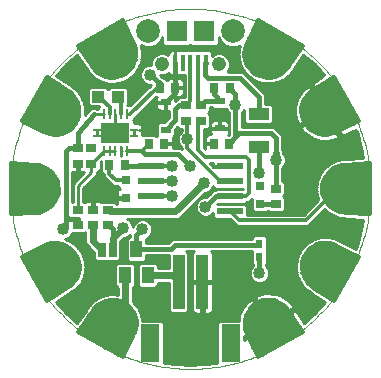
<source format=gtl>
G75*
%MOIN*%
%OFA0B0*%
%FSLAX24Y24*%
%IPPOS*%
%LPD*%
%AMOC8*
5,1,8,0,0,1.08239X$1,22.5*
%
%ADD10C,0.0010*%
%ADD11R,0.0870X0.0240*%
%ADD12R,0.0157X0.0551*%
%ADD13R,0.0709X0.0709*%
%ADD14C,0.0476*%
%ADD15C,0.0787*%
%ADD16R,0.0709X0.0394*%
%ADD17R,0.0315X0.0315*%
%ADD18R,0.0110X0.0335*%
%ADD19R,0.0945X0.0650*%
%ADD20R,0.0276X0.0110*%
%ADD21R,0.0327X0.0248*%
%ADD22R,0.0394X0.0551*%
%ADD23R,0.0236X0.0315*%
%ADD24R,0.0433X0.0394*%
%ADD25R,0.0276X0.0354*%
%ADD26R,0.0354X0.0276*%
%ADD27R,0.0250X0.0500*%
%ADD28C,0.1266*%
%ADD29C,0.0120*%
%ADD30R,0.0394X0.1811*%
%ADD31R,0.0630X0.1260*%
%ADD32C,0.0100*%
%ADD33C,0.0140*%
%ADD34C,0.0400*%
%ADD35C,0.0160*%
%ADD36C,0.0240*%
D10*
X000150Y006150D02*
X000152Y006304D01*
X000158Y006459D01*
X000168Y006613D01*
X000182Y006767D01*
X000200Y006920D01*
X000221Y007073D01*
X000247Y007226D01*
X000277Y007377D01*
X000310Y007528D01*
X000348Y007678D01*
X000389Y007827D01*
X000434Y007975D01*
X000483Y008121D01*
X000536Y008267D01*
X000592Y008410D01*
X000652Y008553D01*
X000716Y008693D01*
X000783Y008833D01*
X000854Y008970D01*
X000928Y009105D01*
X001006Y009239D01*
X001087Y009370D01*
X001172Y009499D01*
X001260Y009627D01*
X001351Y009751D01*
X001445Y009874D01*
X001543Y009994D01*
X001643Y010111D01*
X001747Y010226D01*
X001853Y010338D01*
X001962Y010447D01*
X002074Y010553D01*
X002189Y010657D01*
X002306Y010757D01*
X002426Y010855D01*
X002549Y010949D01*
X002673Y011040D01*
X002801Y011128D01*
X002930Y011213D01*
X003061Y011294D01*
X003195Y011372D01*
X003330Y011446D01*
X003467Y011517D01*
X003607Y011584D01*
X003747Y011648D01*
X003890Y011708D01*
X004033Y011764D01*
X004179Y011817D01*
X004325Y011866D01*
X004473Y011911D01*
X004622Y011952D01*
X004772Y011990D01*
X004923Y012023D01*
X005074Y012053D01*
X005227Y012079D01*
X005380Y012100D01*
X005533Y012118D01*
X005687Y012132D01*
X005841Y012142D01*
X005996Y012148D01*
X006150Y012150D01*
X006304Y012148D01*
X006459Y012142D01*
X006613Y012132D01*
X006767Y012118D01*
X006920Y012100D01*
X007073Y012079D01*
X007226Y012053D01*
X007377Y012023D01*
X007528Y011990D01*
X007678Y011952D01*
X007827Y011911D01*
X007975Y011866D01*
X008121Y011817D01*
X008267Y011764D01*
X008410Y011708D01*
X008553Y011648D01*
X008693Y011584D01*
X008833Y011517D01*
X008970Y011446D01*
X009105Y011372D01*
X009239Y011294D01*
X009370Y011213D01*
X009499Y011128D01*
X009627Y011040D01*
X009751Y010949D01*
X009874Y010855D01*
X009994Y010757D01*
X010111Y010657D01*
X010226Y010553D01*
X010338Y010447D01*
X010447Y010338D01*
X010553Y010226D01*
X010657Y010111D01*
X010757Y009994D01*
X010855Y009874D01*
X010949Y009751D01*
X011040Y009627D01*
X011128Y009499D01*
X011213Y009370D01*
X011294Y009239D01*
X011372Y009105D01*
X011446Y008970D01*
X011517Y008833D01*
X011584Y008693D01*
X011648Y008553D01*
X011708Y008410D01*
X011764Y008267D01*
X011817Y008121D01*
X011866Y007975D01*
X011911Y007827D01*
X011952Y007678D01*
X011990Y007528D01*
X012023Y007377D01*
X012053Y007226D01*
X012079Y007073D01*
X012100Y006920D01*
X012118Y006767D01*
X012132Y006613D01*
X012142Y006459D01*
X012148Y006304D01*
X012150Y006150D01*
X012148Y005996D01*
X012142Y005841D01*
X012132Y005687D01*
X012118Y005533D01*
X012100Y005380D01*
X012079Y005227D01*
X012053Y005074D01*
X012023Y004923D01*
X011990Y004772D01*
X011952Y004622D01*
X011911Y004473D01*
X011866Y004325D01*
X011817Y004179D01*
X011764Y004033D01*
X011708Y003890D01*
X011648Y003747D01*
X011584Y003607D01*
X011517Y003467D01*
X011446Y003330D01*
X011372Y003195D01*
X011294Y003061D01*
X011213Y002930D01*
X011128Y002801D01*
X011040Y002673D01*
X010949Y002549D01*
X010855Y002426D01*
X010757Y002306D01*
X010657Y002189D01*
X010553Y002074D01*
X010447Y001962D01*
X010338Y001853D01*
X010226Y001747D01*
X010111Y001643D01*
X009994Y001543D01*
X009874Y001445D01*
X009751Y001351D01*
X009627Y001260D01*
X009499Y001172D01*
X009370Y001087D01*
X009239Y001006D01*
X009105Y000928D01*
X008970Y000854D01*
X008833Y000783D01*
X008693Y000716D01*
X008553Y000652D01*
X008410Y000592D01*
X008267Y000536D01*
X008121Y000483D01*
X007975Y000434D01*
X007827Y000389D01*
X007678Y000348D01*
X007528Y000310D01*
X007377Y000277D01*
X007226Y000247D01*
X007073Y000221D01*
X006920Y000200D01*
X006767Y000182D01*
X006613Y000168D01*
X006459Y000158D01*
X006304Y000152D01*
X006150Y000150D01*
X005996Y000152D01*
X005841Y000158D01*
X005687Y000168D01*
X005533Y000182D01*
X005380Y000200D01*
X005227Y000221D01*
X005074Y000247D01*
X004923Y000277D01*
X004772Y000310D01*
X004622Y000348D01*
X004473Y000389D01*
X004325Y000434D01*
X004179Y000483D01*
X004033Y000536D01*
X003890Y000592D01*
X003747Y000652D01*
X003607Y000716D01*
X003467Y000783D01*
X003330Y000854D01*
X003195Y000928D01*
X003061Y001006D01*
X002930Y001087D01*
X002801Y001172D01*
X002673Y001260D01*
X002549Y001351D01*
X002426Y001445D01*
X002306Y001543D01*
X002189Y001643D01*
X002074Y001747D01*
X001962Y001853D01*
X001853Y001962D01*
X001747Y002074D01*
X001643Y002189D01*
X001543Y002306D01*
X001445Y002426D01*
X001351Y002549D01*
X001260Y002673D01*
X001172Y002801D01*
X001087Y002930D01*
X001006Y003061D01*
X000928Y003195D01*
X000854Y003330D01*
X000783Y003467D01*
X000716Y003607D01*
X000652Y003747D01*
X000592Y003890D01*
X000536Y004033D01*
X000483Y004179D01*
X000434Y004325D01*
X000389Y004473D01*
X000348Y004622D01*
X000310Y004772D01*
X000277Y004923D01*
X000247Y005074D01*
X000221Y005227D01*
X000200Y005380D01*
X000182Y005533D01*
X000168Y005687D01*
X000158Y005841D01*
X000152Y005996D01*
X000150Y006150D01*
D11*
X004830Y005900D03*
X004830Y005400D03*
X004830Y006400D03*
X004830Y006900D03*
X007480Y006900D03*
X007480Y006400D03*
X007480Y005900D03*
X007480Y005400D03*
D12*
X006662Y010357D03*
X006406Y010357D03*
X006150Y010357D03*
X005894Y010357D03*
X005638Y010357D03*
D13*
X005697Y011400D03*
X006603Y011400D03*
D14*
X007105Y010298D03*
X005195Y010298D03*
D15*
X004729Y011400D03*
X007571Y011400D03*
D16*
X008425Y008651D03*
X008425Y007549D03*
D17*
X008475Y006245D03*
X008475Y005655D03*
X004000Y005855D03*
X004000Y006445D03*
D18*
X004044Y007415D03*
X003847Y007415D03*
X003650Y007415D03*
X003453Y007415D03*
X003256Y007415D03*
X003256Y008635D03*
X003453Y008635D03*
X003650Y008635D03*
X003847Y008635D03*
X004044Y008635D03*
D19*
X003650Y008025D03*
D20*
X003040Y007927D03*
X003040Y008123D03*
X004260Y008123D03*
X004260Y007927D03*
D21*
X005325Y008122D03*
X005325Y009028D03*
X007125Y009078D03*
X007125Y008172D03*
D22*
X004350Y004133D03*
X003976Y003267D03*
X004724Y003267D03*
D23*
X008450Y003883D03*
X008450Y004317D03*
D24*
X003735Y009225D03*
X003065Y009225D03*
D25*
X004769Y007650D03*
X005281Y007650D03*
X003956Y006950D03*
X003444Y006950D03*
X005119Y009525D03*
X005631Y009525D03*
X006944Y009500D03*
X007456Y009500D03*
X007431Y007650D03*
X006919Y007650D03*
D26*
X006488Y008419D03*
X006013Y008419D03*
X006013Y008931D03*
X006488Y008931D03*
X009000Y006156D03*
X009000Y005644D03*
X003400Y005456D03*
X002900Y005456D03*
X002400Y005456D03*
X002400Y004944D03*
X002900Y004944D03*
X003400Y004944D03*
X002850Y006994D03*
X002400Y006994D03*
X002400Y007506D03*
X002850Y007506D03*
D27*
X003198Y004113D03*
X003552Y004113D03*
D28*
X001650Y003550D03*
X003550Y001650D03*
X000963Y006150D03*
X001650Y008750D03*
X003550Y010650D03*
X008750Y010650D03*
X010650Y008750D03*
X011338Y006150D03*
X010650Y003550D03*
X008750Y001650D03*
D29*
X008159Y002183D02*
X008248Y002270D01*
X008350Y002343D01*
X008463Y002400D01*
X008583Y002438D01*
X008708Y002456D01*
X008835Y002453D01*
X008959Y002431D01*
X009078Y002388D01*
X009189Y002327D01*
X009288Y002249D01*
X009374Y002156D01*
X009443Y002050D01*
X009886Y001382D01*
X008414Y000532D01*
X008057Y001250D01*
X008005Y001364D01*
X007972Y001484D01*
X007957Y001608D01*
X007961Y001733D01*
X007984Y001855D01*
X008025Y001973D01*
X008084Y002083D01*
X008159Y002183D01*
X008145Y002165D02*
X009365Y002165D01*
X009445Y002046D02*
X008064Y002046D01*
X008009Y001928D02*
X009524Y001928D01*
X009603Y001809D02*
X007975Y001809D01*
X007959Y001691D02*
X009681Y001691D01*
X009760Y001572D02*
X007961Y001572D01*
X007980Y001454D02*
X009839Y001454D01*
X009804Y001335D02*
X008019Y001335D01*
X008074Y001217D02*
X009599Y001217D01*
X009394Y001098D02*
X008133Y001098D01*
X008192Y000980D02*
X009189Y000980D01*
X008983Y000861D02*
X008250Y000861D01*
X008309Y000743D02*
X008778Y000743D01*
X008573Y000624D02*
X008368Y000624D01*
X008266Y002283D02*
X009245Y002283D01*
X009041Y002402D02*
X008469Y002402D01*
X009925Y003227D02*
X009984Y003117D01*
X010059Y003017D01*
X010148Y002930D01*
X010250Y002857D01*
X010918Y002414D01*
X011768Y003886D01*
X011050Y004243D01*
X010937Y004300D01*
X010817Y004338D01*
X010692Y004356D01*
X010565Y004353D01*
X010441Y004331D01*
X010322Y004288D01*
X010211Y004227D01*
X010112Y004149D01*
X010026Y004056D01*
X009957Y003950D01*
X009905Y003836D01*
X009872Y003716D01*
X009857Y003592D01*
X009861Y003467D01*
X009884Y003345D01*
X009925Y003227D01*
X009924Y003231D02*
X011390Y003231D01*
X011458Y003350D02*
X009883Y003350D01*
X009861Y003468D02*
X011526Y003468D01*
X011595Y003587D02*
X009857Y003587D01*
X009870Y003705D02*
X011663Y003705D01*
X011732Y003824D02*
X009902Y003824D01*
X009954Y003942D02*
X011655Y003942D01*
X011417Y004061D02*
X010031Y004061D01*
X010150Y004179D02*
X011178Y004179D01*
X010942Y004298D02*
X010348Y004298D01*
X010000Y005100D02*
X011050Y006150D01*
X010550Y006026D02*
X010580Y005905D01*
X010629Y005790D01*
X010695Y005684D01*
X010777Y005589D01*
X010871Y005508D01*
X010977Y005442D01*
X011092Y005393D01*
X011213Y005362D01*
X011338Y005350D01*
X012138Y005300D01*
X012138Y007000D01*
X011338Y006950D01*
X011211Y006943D01*
X011088Y006915D01*
X010971Y006869D01*
X010862Y006803D01*
X010766Y006721D01*
X010684Y006625D01*
X010619Y006517D01*
X010572Y006400D01*
X010545Y006276D01*
X010538Y006150D01*
X010550Y006026D01*
X010545Y006075D02*
X012138Y006075D01*
X012138Y005957D02*
X010567Y005957D01*
X010609Y005838D02*
X012138Y005838D01*
X012138Y005720D02*
X010673Y005720D01*
X010766Y005601D02*
X012138Y005601D01*
X012138Y005483D02*
X010912Y005483D01*
X011206Y005364D02*
X012138Y005364D01*
X012138Y006194D02*
X010540Y006194D01*
X010553Y006312D02*
X012138Y006312D01*
X012138Y006431D02*
X010584Y006431D01*
X010638Y006549D02*
X012138Y006549D01*
X012138Y006668D02*
X010720Y006668D01*
X010842Y006786D02*
X012138Y006786D01*
X012138Y006905D02*
X011061Y006905D01*
X010816Y007972D02*
X010692Y007957D01*
X010567Y007961D01*
X010445Y007984D01*
X010327Y008025D01*
X010217Y008084D01*
X010117Y008159D01*
X010030Y008248D01*
X009957Y008350D01*
X009900Y008463D01*
X009862Y008583D01*
X009844Y008708D01*
X009847Y008835D01*
X009869Y008959D01*
X009912Y009078D01*
X009973Y009189D01*
X010051Y009288D01*
X010144Y009374D01*
X010250Y009443D01*
X010918Y009886D01*
X011768Y008414D01*
X011050Y008057D01*
X010936Y008005D01*
X010816Y007972D01*
X010810Y007971D02*
X010512Y007971D01*
X010210Y008090D02*
X011115Y008090D01*
X011354Y008208D02*
X010069Y008208D01*
X009974Y008327D02*
X011592Y008327D01*
X011750Y008445D02*
X009909Y008445D01*
X009869Y008564D02*
X011681Y008564D01*
X011613Y008682D02*
X009848Y008682D01*
X009846Y008801D02*
X011545Y008801D01*
X011476Y008919D02*
X009862Y008919D01*
X009897Y009038D02*
X011408Y009038D01*
X011339Y009156D02*
X009955Y009156D01*
X010040Y009275D02*
X011271Y009275D01*
X011203Y009393D02*
X010174Y009393D01*
X010353Y009512D02*
X011134Y009512D01*
X011066Y009630D02*
X010532Y009630D01*
X010711Y009749D02*
X010997Y009749D01*
X010929Y009867D02*
X010889Y009867D01*
X009886Y010918D02*
X008414Y011768D01*
X008057Y011050D01*
X008000Y010937D01*
X007962Y010817D01*
X007944Y010692D01*
X007947Y010565D01*
X007969Y010441D01*
X008012Y010322D01*
X008073Y010211D01*
X008151Y010112D01*
X008244Y010026D01*
X008350Y009957D01*
X008464Y009905D01*
X008584Y009872D01*
X008708Y009857D01*
X008833Y009861D01*
X008955Y009884D01*
X009073Y009925D01*
X009183Y009984D01*
X009283Y010059D01*
X009370Y010148D01*
X009443Y010250D01*
X009886Y010918D01*
X009859Y010934D02*
X007999Y010934D01*
X007962Y010815D02*
X009818Y010815D01*
X009739Y010697D02*
X007945Y010697D01*
X007946Y010578D02*
X009661Y010578D01*
X009582Y010460D02*
X007966Y010460D01*
X008005Y010341D02*
X009503Y010341D01*
X009423Y010223D02*
X008067Y010223D01*
X008160Y010104D02*
X009327Y010104D01*
X009185Y009986D02*
X008307Y009986D01*
X008623Y009867D02*
X008866Y009867D01*
X009654Y011052D02*
X008058Y011052D01*
X008117Y011171D02*
X009448Y011171D01*
X009243Y011289D02*
X008176Y011289D01*
X008235Y011408D02*
X009038Y011408D01*
X008833Y011526D02*
X008294Y011526D01*
X008353Y011645D02*
X008627Y011645D01*
X008422Y011763D02*
X008411Y011763D01*
X006406Y010357D02*
X006406Y009013D01*
X006150Y009068D02*
X006150Y010357D01*
X004339Y010567D02*
X004316Y010445D01*
X004275Y010327D01*
X004216Y010217D01*
X004141Y010117D01*
X004052Y010030D01*
X003950Y009957D01*
X003837Y009900D01*
X003717Y009862D01*
X003592Y009844D01*
X003465Y009847D01*
X003341Y009869D01*
X003222Y009912D01*
X003111Y009973D01*
X003012Y010051D01*
X002926Y010144D01*
X002857Y010250D01*
X002414Y010918D01*
X003886Y011768D01*
X004243Y011050D01*
X004295Y010936D01*
X004328Y010816D01*
X004343Y010692D01*
X004339Y010567D01*
X004340Y010578D02*
X002639Y010578D01*
X002561Y010697D02*
X004343Y010697D01*
X004328Y010815D02*
X002482Y010815D01*
X002441Y010934D02*
X004295Y010934D01*
X004242Y011052D02*
X002646Y011052D01*
X002852Y011171D02*
X004183Y011171D01*
X004124Y011289D02*
X003057Y011289D01*
X003262Y011408D02*
X004065Y011408D01*
X004006Y011526D02*
X003467Y011526D01*
X003673Y011645D02*
X003947Y011645D01*
X003889Y011763D02*
X003878Y011763D01*
X004319Y010460D02*
X002718Y010460D01*
X002797Y010341D02*
X004280Y010341D01*
X004219Y010223D02*
X002875Y010223D01*
X002963Y010104D02*
X004128Y010104D01*
X003990Y009986D02*
X003095Y009986D01*
X003354Y009867D02*
X003732Y009867D01*
X003845Y009114D02*
X003846Y008638D01*
X003847Y008635D01*
X003453Y008635D02*
X003453Y008877D01*
X002439Y008833D02*
X002443Y008708D01*
X002428Y008584D01*
X002395Y008464D01*
X002343Y008350D01*
X002274Y008244D01*
X002188Y008151D01*
X002089Y008073D01*
X001978Y008012D01*
X001859Y007969D01*
X001735Y007947D01*
X001608Y007944D01*
X001483Y007962D01*
X001363Y008000D01*
X001250Y008057D01*
X000532Y008414D01*
X001382Y009886D01*
X002050Y009443D01*
X002152Y009370D01*
X002241Y009283D01*
X002316Y009183D01*
X002375Y009073D01*
X002416Y008955D01*
X002439Y008833D01*
X002440Y008801D02*
X000755Y008801D01*
X000824Y008919D02*
X002423Y008919D01*
X002387Y009038D02*
X000892Y009038D01*
X000961Y009156D02*
X002330Y009156D01*
X002247Y009275D02*
X001029Y009275D01*
X001097Y009393D02*
X002120Y009393D01*
X001947Y009512D02*
X001166Y009512D01*
X001234Y009630D02*
X001768Y009630D01*
X001589Y009749D02*
X001303Y009749D01*
X001371Y009867D02*
X001411Y009867D01*
X000687Y008682D02*
X002440Y008682D01*
X002423Y008564D02*
X000619Y008564D01*
X000550Y008445D02*
X002386Y008445D01*
X002327Y008327D02*
X000708Y008327D01*
X000946Y008208D02*
X002240Y008208D01*
X002110Y008090D02*
X001185Y008090D01*
X001456Y007971D02*
X001864Y007971D01*
X001087Y006938D02*
X000963Y006950D01*
X000163Y007000D01*
X000163Y005300D01*
X000963Y005350D01*
X001089Y005357D01*
X001212Y005385D01*
X001329Y005431D01*
X001438Y005497D01*
X001534Y005579D01*
X001616Y005675D01*
X001681Y005783D01*
X001728Y005900D01*
X001755Y006024D01*
X001763Y006150D01*
X001750Y006274D01*
X001720Y006395D01*
X001671Y006510D01*
X001605Y006616D01*
X001523Y006711D01*
X001429Y006792D01*
X001323Y006858D01*
X001208Y006907D01*
X001087Y006938D01*
X001214Y006905D02*
X000163Y006905D01*
X000163Y006786D02*
X001436Y006786D01*
X001561Y006668D02*
X000163Y006668D01*
X000163Y006549D02*
X001646Y006549D01*
X001705Y006431D02*
X000163Y006431D01*
X000163Y006312D02*
X001741Y006312D01*
X001758Y006194D02*
X000163Y006194D01*
X000163Y006075D02*
X001758Y006075D01*
X001740Y005957D02*
X000163Y005957D01*
X000163Y005838D02*
X001703Y005838D01*
X001643Y005720D02*
X000163Y005720D01*
X000163Y005601D02*
X001553Y005601D01*
X001414Y005483D02*
X000163Y005483D01*
X000163Y005364D02*
X001120Y005364D01*
X001374Y004298D02*
X001909Y004298D01*
X001855Y004316D02*
X001733Y004339D01*
X001608Y004343D01*
X001484Y004328D01*
X001364Y004295D01*
X001250Y004243D01*
X000532Y003886D01*
X001382Y002414D01*
X002050Y002857D01*
X002156Y002926D01*
X002249Y003012D01*
X002327Y003111D01*
X002388Y003222D01*
X002431Y003341D01*
X002453Y003465D01*
X002456Y003592D01*
X002438Y003717D01*
X002400Y003837D01*
X002343Y003950D01*
X002270Y004052D01*
X002183Y004141D01*
X002083Y004216D01*
X001973Y004275D01*
X001855Y004316D01*
X002132Y004179D02*
X001122Y004179D01*
X000883Y004061D02*
X002262Y004061D01*
X002347Y003942D02*
X000645Y003942D01*
X000568Y003824D02*
X002404Y003824D01*
X002439Y003705D02*
X000637Y003705D01*
X000705Y003587D02*
X002456Y003587D01*
X002453Y003468D02*
X000774Y003468D01*
X000842Y003350D02*
X002432Y003350D01*
X002391Y003231D02*
X000910Y003231D01*
X000979Y003113D02*
X002328Y003113D01*
X002229Y002994D02*
X001047Y002994D01*
X001116Y002876D02*
X002078Y002876D01*
X001899Y002757D02*
X001184Y002757D01*
X001252Y002639D02*
X001721Y002639D01*
X001542Y002520D02*
X001321Y002520D01*
X002414Y001382D02*
X003886Y000532D01*
X004243Y001250D01*
X004300Y001363D01*
X004338Y001483D01*
X004356Y001608D01*
X004353Y001735D01*
X004331Y001859D01*
X004288Y001978D01*
X004227Y002089D01*
X004149Y002188D01*
X004056Y002274D01*
X003950Y002343D01*
X003836Y002395D01*
X003716Y002428D01*
X003592Y002443D01*
X003467Y002439D01*
X003345Y002416D01*
X003227Y002375D01*
X003117Y002316D01*
X003017Y002241D01*
X002930Y002152D01*
X002857Y002050D01*
X002414Y001382D01*
X002461Y001454D02*
X004328Y001454D01*
X004350Y001572D02*
X002540Y001572D01*
X002619Y001691D02*
X004354Y001691D01*
X004340Y001809D02*
X002697Y001809D01*
X002776Y001928D02*
X004306Y001928D01*
X004251Y002046D02*
X002855Y002046D01*
X002942Y002165D02*
X004167Y002165D01*
X004041Y002283D02*
X003073Y002283D01*
X003303Y002402D02*
X003811Y002402D01*
X004286Y001335D02*
X002496Y001335D01*
X002701Y001217D02*
X004226Y001217D01*
X004167Y001098D02*
X002906Y001098D01*
X003111Y000980D02*
X004108Y000980D01*
X004050Y000861D02*
X003317Y000861D01*
X003522Y000743D02*
X003991Y000743D01*
X003932Y000624D02*
X003727Y000624D01*
X007780Y005100D02*
X010000Y005100D01*
X009987Y003113D02*
X011321Y003113D01*
X011253Y002994D02*
X010083Y002994D01*
X010224Y002876D02*
X011184Y002876D01*
X011116Y002757D02*
X010401Y002757D01*
X010579Y002639D02*
X011048Y002639D01*
X010979Y002520D02*
X010758Y002520D01*
X007780Y005100D02*
X007480Y005400D01*
X007480Y005900D02*
X008000Y005900D01*
X008100Y006000D01*
X008100Y007100D01*
X008000Y007200D01*
X006650Y007200D01*
X006400Y007450D01*
X006400Y008332D01*
X006050Y008382D02*
X006050Y007800D01*
X006050Y007500D01*
X004534Y007415D02*
X004044Y007415D01*
X003450Y006894D02*
X003450Y006650D01*
X003655Y006445D01*
X004000Y006445D01*
D30*
X005756Y003044D03*
X006544Y003044D03*
D31*
X007489Y000997D03*
X004811Y000997D03*
D32*
X002003Y002003D02*
X001679Y002383D01*
X002155Y002699D01*
X002209Y002734D01*
X002226Y002733D01*
X002273Y002776D01*
X002326Y002811D01*
X002329Y002828D01*
X002332Y002830D01*
X002349Y002833D01*
X002389Y002882D01*
X002435Y002925D01*
X002436Y002942D01*
X002438Y002946D01*
X002455Y002950D01*
X002486Y003006D01*
X002525Y003056D01*
X002523Y003073D01*
X002525Y003076D01*
X002541Y003084D01*
X002562Y003143D01*
X002592Y003199D01*
X002588Y003216D01*
X002589Y003219D01*
X002603Y003229D01*
X002615Y003292D01*
X002636Y003351D01*
X002628Y003367D01*
X002629Y003371D01*
X002642Y003383D01*
X002643Y003446D01*
X002654Y003508D01*
X002644Y003523D01*
X002645Y003527D01*
X002655Y003541D01*
X002646Y003603D01*
X002647Y003667D01*
X002635Y003679D01*
X002634Y003683D01*
X002643Y003699D01*
X002624Y003759D01*
X002615Y003822D01*
X002601Y003832D01*
X002599Y003836D01*
X002605Y003852D01*
X002576Y003909D01*
X002557Y003969D01*
X002542Y003977D01*
X002540Y003980D01*
X002543Y003996D01*
X002506Y004049D01*
X002477Y004106D01*
X002461Y004111D01*
X002461Y004111D01*
X002461Y004128D01*
X002416Y004174D01*
X002379Y004226D01*
X002363Y004229D01*
X002362Y004229D01*
X002360Y004246D01*
X002309Y004284D01*
X002264Y004330D01*
X002247Y004330D01*
X002247Y004331D01*
X002242Y004346D01*
X002186Y004377D01*
X002134Y004415D01*
X002118Y004413D01*
X002118Y004413D01*
X002110Y004428D01*
X002050Y004449D01*
X001993Y004480D01*
X001978Y004475D01*
X001977Y004475D01*
X002087Y004520D01*
X002180Y004613D01*
X002206Y004676D01*
X002631Y004676D01*
X002650Y004695D01*
X002650Y004361D01*
X002688Y004269D01*
X002758Y004198D01*
X002943Y004014D01*
X002943Y003809D01*
X003019Y003733D01*
X003731Y003733D01*
X003807Y003809D01*
X003807Y004404D01*
X003924Y004520D01*
X003966Y004520D01*
X004087Y004570D01*
X004140Y004623D01*
X004140Y004539D01*
X004099Y004539D01*
X004023Y004463D01*
X004023Y003804D01*
X004099Y003727D01*
X004601Y003727D01*
X004677Y003804D01*
X004677Y003940D01*
X005429Y003940D01*
X005429Y003517D01*
X005051Y003517D01*
X005051Y003596D01*
X004975Y003673D01*
X004473Y003673D01*
X004397Y003596D01*
X004397Y002937D01*
X004473Y002861D01*
X004975Y002861D01*
X005051Y002937D01*
X005051Y003017D01*
X005429Y003017D01*
X005429Y002085D01*
X005506Y002009D01*
X006007Y002009D01*
X006083Y002085D01*
X006083Y004004D01*
X006014Y004073D01*
X006261Y004073D01*
X006255Y004070D01*
X006227Y004042D01*
X006207Y004008D01*
X006197Y003969D01*
X006197Y003093D01*
X006495Y003093D01*
X006495Y002996D01*
X006197Y002996D01*
X006197Y002119D01*
X006207Y002081D01*
X006227Y002047D01*
X006255Y002019D01*
X006289Y001999D01*
X006327Y001989D01*
X006495Y001989D01*
X006495Y002996D01*
X006592Y002996D01*
X006592Y003093D01*
X006891Y003093D01*
X006891Y003969D01*
X006880Y004008D01*
X006861Y004042D01*
X006833Y004070D01*
X006827Y004073D01*
X008202Y004073D01*
X008202Y003672D01*
X008240Y003634D01*
X008240Y003587D01*
X008170Y003517D01*
X008120Y003396D01*
X008120Y003264D01*
X008170Y003143D01*
X008263Y003050D01*
X008384Y003000D01*
X008516Y003000D01*
X008637Y003050D01*
X008730Y003143D01*
X008780Y003264D01*
X008780Y003396D01*
X008730Y003517D01*
X008660Y003587D01*
X008660Y003634D01*
X008698Y003672D01*
X008698Y004095D01*
X008693Y004100D01*
X008698Y004105D01*
X008698Y004528D01*
X008622Y004604D01*
X008278Y004604D01*
X008202Y004528D01*
X008202Y004493D01*
X005546Y004493D01*
X005413Y004360D01*
X004677Y004360D01*
X004677Y004463D01*
X004654Y004486D01*
X004737Y004520D01*
X004830Y004613D01*
X004880Y004734D01*
X004880Y004866D01*
X004830Y004987D01*
X004737Y005080D01*
X004616Y005130D01*
X004484Y005130D01*
X004363Y005080D01*
X004270Y004987D01*
X004230Y004890D01*
X004230Y004916D01*
X004180Y005037D01*
X004087Y005130D01*
X004038Y005150D01*
X005700Y005150D01*
X005792Y005188D01*
X006624Y006020D01*
X006666Y006020D01*
X006787Y006070D01*
X006880Y006163D01*
X006915Y006248D01*
X006915Y006226D01*
X006991Y006150D01*
X006951Y006110D01*
X006913Y006110D01*
X006790Y005987D01*
X006683Y005880D01*
X006584Y005880D01*
X006463Y005830D01*
X006370Y005737D01*
X006320Y005616D01*
X006320Y005484D01*
X006370Y005363D01*
X006463Y005270D01*
X006584Y005220D01*
X006716Y005220D01*
X006837Y005270D01*
X006915Y005348D01*
X006915Y005226D01*
X006991Y005150D01*
X007461Y005150D01*
X007590Y005021D01*
X007701Y004910D01*
X010079Y004910D01*
X010632Y005463D01*
X010642Y005454D01*
X010684Y005406D01*
X010700Y005404D01*
X010700Y005404D01*
X010704Y005388D01*
X010759Y005354D01*
X010807Y005312D01*
X010824Y005314D01*
X010824Y005313D01*
X010830Y005298D01*
X010889Y005273D01*
X010944Y005239D01*
X010960Y005243D01*
X010961Y005242D01*
X010969Y005228D01*
X011031Y005212D01*
X011090Y005187D01*
X011106Y005193D01*
X011117Y005181D01*
X011180Y005174D01*
X011243Y005159D01*
X011253Y005165D01*
X011322Y005161D01*
X011397Y005153D01*
X011400Y005156D01*
X011917Y005123D01*
X011728Y004338D01*
X011653Y004156D01*
X011135Y004413D01*
X011077Y004442D01*
X011069Y004457D01*
X011009Y004476D01*
X010952Y004505D01*
X010936Y004499D01*
X010932Y004501D01*
X010922Y004515D01*
X010859Y004524D01*
X010799Y004543D01*
X010783Y004534D01*
X010779Y004535D01*
X010767Y004547D01*
X010703Y004546D01*
X010641Y004555D01*
X010627Y004545D01*
X010623Y004544D01*
X010608Y004554D01*
X010546Y004543D01*
X010483Y004542D01*
X010471Y004529D01*
X010467Y004528D01*
X010451Y004536D01*
X010392Y004515D01*
X010329Y004503D01*
X010319Y004489D01*
X010316Y004488D01*
X010299Y004492D01*
X010243Y004462D01*
X010184Y004441D01*
X010176Y004425D01*
X010173Y004423D01*
X010156Y004425D01*
X010106Y004386D01*
X010050Y004355D01*
X010046Y004338D01*
X010042Y004336D01*
X010025Y004335D01*
X009982Y004289D01*
X009933Y004249D01*
X009930Y004232D01*
X009928Y004229D01*
X009911Y004226D01*
X009876Y004173D01*
X009833Y004126D01*
X009834Y004109D01*
X009832Y004106D01*
X009817Y004100D01*
X009790Y004042D01*
X009755Y003988D01*
X009759Y003972D01*
X009758Y003972D01*
X009744Y003963D01*
X009727Y003902D01*
X009700Y003843D01*
X009706Y003828D01*
X009706Y003827D01*
X009693Y003817D01*
X009685Y003753D01*
X009668Y003692D01*
X009676Y003677D01*
X009664Y003665D01*
X009666Y003601D01*
X009659Y003537D01*
X009669Y003524D01*
X009669Y003523D01*
X009659Y003510D01*
X009671Y003447D01*
X009673Y003383D01*
X009685Y003371D01*
X009686Y003371D01*
X009678Y003356D01*
X009700Y003295D01*
X009711Y003232D01*
X009725Y003223D01*
X009725Y003222D01*
X009720Y003207D01*
X009751Y003150D01*
X009772Y003090D01*
X009787Y003082D01*
X009785Y003066D01*
X009823Y003014D01*
X009854Y002958D01*
X009869Y002953D01*
X009870Y002953D01*
X009870Y002936D01*
X009916Y002891D01*
X009954Y002840D01*
X009971Y002838D01*
X009971Y002837D01*
X009974Y002821D01*
X010026Y002784D01*
X010072Y002739D01*
X010085Y002739D01*
X010142Y002701D01*
X010204Y002657D01*
X010207Y002657D01*
X010621Y002383D01*
X010297Y002003D01*
X009933Y001692D01*
X009653Y002113D01*
X008818Y001632D01*
X008768Y001718D01*
X008682Y001668D01*
X007934Y001236D01*
X007934Y001121D01*
X008732Y001582D01*
X008682Y001668D01*
X008202Y002499D01*
X008190Y002491D01*
X008190Y002491D01*
X008094Y002417D01*
X008008Y002332D01*
X008008Y002332D01*
X008008Y002332D01*
X007984Y002301D01*
X007933Y002237D01*
X007910Y002201D01*
X007869Y002135D01*
X007869Y002135D01*
X007817Y002025D01*
X007817Y002025D01*
X007779Y001910D01*
X007755Y001792D01*
X007755Y001792D01*
X007752Y001757D01*
X007120Y001757D01*
X007044Y001681D01*
X007044Y000355D01*
X006150Y000285D01*
X005256Y000355D01*
X005256Y001681D01*
X005180Y001757D01*
X004543Y001757D01*
X004542Y001817D01*
X004529Y001829D01*
X004528Y001833D01*
X004536Y001849D01*
X004515Y001908D01*
X004503Y001971D01*
X004489Y001981D01*
X004488Y001984D01*
X004492Y002001D01*
X004462Y002057D01*
X004441Y002116D01*
X004425Y002124D01*
X004423Y002127D01*
X004425Y002144D01*
X004386Y002194D01*
X004355Y002250D01*
X004338Y002254D01*
X004336Y002258D01*
X004335Y002275D01*
X004289Y002318D01*
X004249Y002367D01*
X004232Y002370D01*
X004229Y002372D01*
X004226Y002388D01*
X004226Y002861D01*
X004227Y002861D01*
X004303Y002937D01*
X004303Y003596D01*
X004227Y003673D01*
X003725Y003673D01*
X003649Y003596D01*
X003649Y002937D01*
X003725Y002861D01*
X003726Y002861D01*
X003726Y002623D01*
X003692Y002632D01*
X003677Y002624D01*
X003665Y002636D01*
X003601Y002634D01*
X003537Y002641D01*
X003524Y002631D01*
X003523Y002631D01*
X003510Y002641D01*
X003447Y002629D01*
X003383Y002627D01*
X003371Y002615D01*
X003371Y002614D01*
X003356Y002622D01*
X003295Y002600D01*
X003232Y002589D01*
X003223Y002575D01*
X003222Y002575D01*
X003207Y002580D01*
X003150Y002549D01*
X003090Y002528D01*
X003082Y002513D01*
X003066Y002515D01*
X003014Y002477D01*
X002958Y002446D01*
X002953Y002431D01*
X002953Y002430D01*
X002936Y002430D01*
X002891Y002384D01*
X002840Y002346D01*
X002838Y002329D01*
X002837Y002329D01*
X002821Y002326D01*
X002784Y002274D01*
X002739Y002228D01*
X002739Y002215D01*
X002701Y002158D01*
X002657Y002096D01*
X002657Y002093D01*
X002383Y001679D01*
X002003Y002003D01*
X001987Y002022D02*
X002610Y002022D01*
X002674Y002120D02*
X001903Y002120D01*
X001819Y002219D02*
X002739Y002219D01*
X002814Y002317D02*
X001734Y002317D01*
X001728Y002416D02*
X002922Y002416D01*
X003064Y002514D02*
X001877Y002514D01*
X002025Y002613D02*
X003330Y002613D01*
X003083Y002514D02*
X003073Y002514D01*
X003082Y002513D02*
X003082Y002513D01*
X003677Y002624D02*
X003677Y002624D01*
X003726Y002711D02*
X002174Y002711D01*
X002324Y002810D02*
X003726Y002810D01*
X003679Y002908D02*
X002417Y002908D01*
X002486Y003007D02*
X003649Y003007D01*
X003649Y003105D02*
X002548Y003105D01*
X002591Y003204D02*
X003649Y003204D01*
X003649Y003302D02*
X002618Y003302D01*
X002642Y003401D02*
X003649Y003401D01*
X003649Y003499D02*
X002653Y003499D01*
X002647Y003598D02*
X003650Y003598D01*
X003793Y003795D02*
X004032Y003795D01*
X004023Y003893D02*
X003807Y003893D01*
X003807Y003992D02*
X004023Y003992D01*
X004023Y004090D02*
X003807Y004090D01*
X003807Y004189D02*
X004023Y004189D01*
X004023Y004287D02*
X003807Y004287D01*
X003807Y004386D02*
X004023Y004386D01*
X004045Y004484D02*
X003888Y004484D01*
X004099Y004583D02*
X004140Y004583D01*
X004205Y004977D02*
X004266Y004977D01*
X004358Y005075D02*
X004142Y005075D01*
X003698Y005657D02*
X003631Y005724D01*
X003169Y005724D01*
X003163Y005717D01*
X003135Y005733D01*
X003097Y005744D01*
X002919Y005744D01*
X002919Y005475D01*
X002881Y005475D01*
X002881Y005744D01*
X002703Y005744D01*
X002665Y005733D01*
X002637Y005717D01*
X002631Y005724D01*
X002580Y005724D01*
X002580Y006175D01*
X002925Y006520D01*
X003030Y006625D01*
X003030Y006726D01*
X003081Y006726D01*
X003157Y006802D01*
X003157Y007053D01*
X003176Y007073D01*
X003176Y006719D01*
X003252Y006643D01*
X003260Y006643D01*
X003260Y006571D01*
X003371Y006460D01*
X003576Y006255D01*
X003713Y006255D01*
X003713Y006234D01*
X003789Y006158D01*
X003806Y006158D01*
X003785Y006152D01*
X003750Y006132D01*
X003722Y006104D01*
X003703Y006070D01*
X003693Y006032D01*
X003693Y005883D01*
X003971Y005883D01*
X003971Y005826D01*
X003693Y005826D01*
X003693Y005677D01*
X003698Y005657D01*
X003696Y005666D02*
X003689Y005666D01*
X003693Y005765D02*
X002580Y005765D01*
X002580Y005863D02*
X003971Y005863D01*
X003693Y005962D02*
X002580Y005962D01*
X002580Y006060D02*
X003700Y006060D01*
X003788Y006159D02*
X002580Y006159D01*
X002662Y006257D02*
X003574Y006257D01*
X003476Y006356D02*
X002760Y006356D01*
X002859Y006454D02*
X003377Y006454D01*
X003279Y006553D02*
X002957Y006553D01*
X003030Y006651D02*
X003244Y006651D01*
X003176Y006750D02*
X003104Y006750D01*
X003157Y006848D02*
X003176Y006848D01*
X003176Y006947D02*
X003157Y006947D01*
X003157Y007045D02*
X003176Y007045D01*
X002850Y006994D02*
X002850Y006700D01*
X002400Y006250D01*
X002400Y005456D01*
X002220Y005724D02*
X002210Y005724D01*
X002210Y006706D01*
X002381Y006706D01*
X002381Y006975D01*
X002419Y006975D01*
X002419Y006706D01*
X002597Y006706D01*
X002604Y006708D01*
X002220Y006325D01*
X002220Y005724D01*
X002220Y005765D02*
X002210Y005765D01*
X002210Y005863D02*
X002220Y005863D01*
X002210Y005962D02*
X002220Y005962D01*
X002210Y006060D02*
X002220Y006060D01*
X002210Y006159D02*
X002220Y006159D01*
X002210Y006257D02*
X002220Y006257D01*
X002210Y006356D02*
X002251Y006356D01*
X002210Y006454D02*
X002349Y006454D01*
X002448Y006553D02*
X002210Y006553D01*
X002210Y006651D02*
X002546Y006651D01*
X002419Y006750D02*
X002381Y006750D01*
X002381Y006848D02*
X002419Y006848D01*
X002419Y006947D02*
X002381Y006947D01*
X002850Y006994D02*
X003256Y007415D01*
X003453Y007415D01*
X003650Y007415D01*
X003835Y007415D02*
X003847Y007415D01*
X003847Y007550D01*
X003847Y007550D01*
X003847Y007415D01*
X003847Y007415D01*
X003854Y007415D01*
X003854Y007415D01*
X003847Y007415D01*
X003847Y007415D01*
X003847Y007415D01*
X003847Y007257D01*
X003847Y007257D01*
X003847Y007415D01*
X003847Y007415D01*
X003835Y007415D01*
X003835Y007415D01*
X003847Y007439D02*
X003847Y007439D01*
X003847Y007341D02*
X003847Y007341D01*
X003847Y007538D02*
X003847Y007538D01*
X003700Y008075D02*
X003600Y008075D01*
X003600Y008318D01*
X003650Y008318D01*
X003700Y008318D01*
X003700Y008075D01*
X003700Y008129D02*
X003600Y008129D01*
X003600Y008227D02*
X003700Y008227D01*
X003650Y008318D02*
X003650Y008635D01*
X003650Y008635D01*
X003650Y008318D01*
X003650Y008326D02*
X003650Y008326D01*
X003650Y008424D02*
X003650Y008424D01*
X003650Y008523D02*
X003650Y008523D01*
X003650Y008621D02*
X003650Y008621D01*
X003256Y008635D02*
X002935Y008635D01*
X003048Y008815D02*
X003004Y008852D01*
X002831Y008837D01*
X002630Y008599D01*
X002632Y008608D01*
X002624Y008623D01*
X002636Y008635D01*
X002634Y008699D01*
X002641Y008763D01*
X002631Y008776D01*
X002631Y008777D01*
X002641Y008790D01*
X002629Y008853D01*
X002627Y008917D01*
X002615Y008929D01*
X002614Y008929D01*
X002622Y008944D01*
X002600Y009005D01*
X002589Y009068D01*
X002575Y009077D01*
X002575Y009078D01*
X002580Y009093D01*
X002549Y009150D01*
X002528Y009210D01*
X002513Y009218D01*
X002515Y009234D01*
X002477Y009286D01*
X002446Y009342D01*
X002431Y009347D01*
X002430Y009347D01*
X002430Y009364D01*
X002384Y009409D01*
X002719Y009409D01*
X002719Y009476D02*
X002719Y008974D01*
X002795Y008898D01*
X003113Y008898D01*
X003071Y008856D01*
X003071Y008815D01*
X003048Y008815D01*
X003044Y008818D02*
X003071Y008818D01*
X002815Y008818D02*
X002635Y008818D01*
X002636Y008720D02*
X002732Y008720D01*
X002649Y008621D02*
X002625Y008621D01*
X002624Y008623D02*
X002624Y008623D01*
X002627Y008917D02*
X002777Y008917D01*
X002719Y009015D02*
X002598Y009015D01*
X002569Y009114D02*
X002719Y009114D01*
X002719Y009212D02*
X002525Y009212D01*
X002513Y009218D02*
X002513Y009218D01*
X002463Y009311D02*
X002719Y009311D01*
X002719Y009476D02*
X002795Y009552D01*
X003336Y009552D01*
X003400Y009488D01*
X003464Y009552D01*
X004005Y009552D01*
X004081Y009476D01*
X004081Y008974D01*
X004039Y008933D01*
X004150Y008933D01*
X004825Y009608D01*
X004837Y009620D01*
X004734Y009620D01*
X004613Y009670D01*
X004520Y009763D01*
X004470Y009884D01*
X004470Y010016D01*
X004520Y010137D01*
X004613Y010230D01*
X004734Y010280D01*
X004827Y010280D01*
X004827Y010371D01*
X004883Y010506D01*
X004987Y010610D01*
X005122Y010666D01*
X005268Y010666D01*
X005404Y010610D01*
X005409Y010604D01*
X005409Y010652D01*
X005420Y010690D01*
X005439Y010724D01*
X005467Y010752D01*
X005502Y010772D01*
X005540Y010782D01*
X005638Y010782D01*
X005638Y010357D01*
X005638Y010357D01*
X005638Y010782D01*
X005737Y010782D01*
X005775Y010772D01*
X005792Y010762D01*
X006794Y010762D01*
X006871Y010686D01*
X006871Y010584D01*
X006896Y010610D01*
X007032Y010666D01*
X007178Y010666D01*
X007313Y010610D01*
X007417Y010506D01*
X007473Y010371D01*
X007473Y010224D01*
X007417Y010089D01*
X007388Y010060D01*
X007887Y010060D01*
X008512Y009435D01*
X008635Y009312D01*
X008635Y008978D01*
X008833Y008978D01*
X008909Y008902D01*
X008909Y008400D01*
X008833Y008324D01*
X008017Y008324D01*
X007941Y008400D01*
X007941Y008789D01*
X007930Y008763D01*
X007860Y008693D01*
X007860Y008210D01*
X008937Y008210D01*
X009087Y008060D01*
X009210Y007937D01*
X009210Y007494D01*
X009212Y007492D01*
X009250Y007400D01*
X009250Y007327D01*
X009280Y007297D01*
X009330Y007176D01*
X009330Y007044D01*
X009280Y006923D01*
X009210Y006853D01*
X009210Y006424D01*
X009231Y006424D01*
X009307Y006348D01*
X009307Y005964D01*
X009243Y005900D01*
X009307Y005836D01*
X009307Y005452D01*
X009231Y005376D01*
X008769Y005376D01*
X008732Y005413D01*
X008686Y005367D01*
X008264Y005367D01*
X008188Y005443D01*
X008188Y005819D01*
X008079Y005710D01*
X008029Y005710D01*
X007969Y005650D01*
X007047Y005650D01*
X007047Y005650D01*
X007969Y005650D01*
X008045Y005574D01*
X008045Y005290D01*
X009921Y005290D01*
X010415Y005784D01*
X010400Y005844D01*
X010375Y005903D01*
X010381Y005918D01*
X010381Y005919D01*
X010368Y005929D01*
X010362Y005993D01*
X010346Y006055D01*
X010354Y006069D01*
X010354Y006070D01*
X010343Y006082D01*
X010347Y006146D01*
X010341Y006210D01*
X010351Y006223D01*
X010351Y006226D01*
X010342Y006241D01*
X010356Y006302D01*
X010359Y006365D01*
X010372Y006377D01*
X010373Y006381D01*
X010366Y006397D01*
X010390Y006456D01*
X010404Y006518D01*
X010418Y006527D01*
X010420Y006531D01*
X010416Y006548D01*
X010448Y006602D01*
X010472Y006661D01*
X010488Y006667D01*
X010490Y006671D01*
X010488Y006688D01*
X010529Y006736D01*
X010562Y006791D01*
X010579Y006795D01*
X010582Y006798D01*
X010583Y006815D01*
X010631Y006856D01*
X010672Y006904D01*
X010690Y006906D01*
X010693Y006908D01*
X010697Y006925D01*
X010751Y006958D01*
X010799Y006999D01*
X010817Y006998D01*
X010820Y007000D01*
X010827Y007016D01*
X010886Y007039D01*
X010940Y007072D01*
X010957Y007068D01*
X010961Y007069D01*
X010970Y007084D01*
X011032Y007098D01*
X011090Y007121D01*
X011107Y007114D01*
X011110Y007115D01*
X011122Y007128D01*
X011185Y007132D01*
X011247Y007145D01*
X011262Y007136D01*
X011326Y007140D01*
X011917Y007177D01*
X011728Y007962D01*
X011660Y008127D01*
X011502Y008049D01*
X011502Y008049D01*
X011200Y007897D01*
X010718Y008732D01*
X010632Y008682D01*
X011111Y007851D01*
X011098Y007844D01*
X011098Y007844D01*
X011095Y007843D01*
X010986Y007799D01*
X010986Y007799D01*
X010870Y007766D01*
X010870Y007766D01*
X010750Y007748D01*
X010750Y007748D01*
X010629Y007744D01*
X010629Y007744D01*
X010508Y007755D01*
X010508Y007755D01*
X010390Y007779D01*
X010390Y007779D01*
X010275Y007817D01*
X010275Y007817D01*
X010165Y007869D01*
X010165Y007869D01*
X010093Y007914D01*
X010063Y007933D01*
X010063Y007933D01*
X009994Y007988D01*
X009968Y008008D01*
X009968Y008008D01*
X009968Y008008D01*
X009883Y008094D01*
X009883Y008094D01*
X009809Y008190D01*
X009809Y008190D01*
X009801Y008202D01*
X010632Y008682D01*
X010582Y008768D01*
X009749Y008288D01*
X009746Y008293D01*
X009746Y008293D01*
X009728Y008334D01*
X009695Y008406D01*
X009695Y008406D01*
X009659Y008524D01*
X009659Y008524D01*
X009637Y008646D01*
X009637Y008646D01*
X009631Y008770D01*
X009631Y008770D01*
X009640Y008893D01*
X009640Y008893D01*
X009665Y009014D01*
X009704Y009131D01*
X009758Y009243D01*
X009825Y009346D01*
X009904Y009441D01*
X009904Y009441D01*
X009995Y009525D01*
X010095Y009598D01*
X010101Y009601D01*
X010582Y008768D01*
X010668Y008818D01*
X010553Y008818D01*
X010497Y008720D02*
X010610Y008720D01*
X010697Y008720D02*
X010725Y008720D01*
X010668Y008818D02*
X010187Y009653D01*
X010608Y009933D01*
X010297Y010297D01*
X009917Y010621D01*
X009643Y010207D01*
X009643Y010204D01*
X009599Y010142D01*
X009561Y010085D01*
X009561Y010072D01*
X009516Y010026D01*
X009479Y009974D01*
X009463Y009971D01*
X009462Y009971D01*
X009460Y009954D01*
X009409Y009916D01*
X009364Y009870D01*
X009347Y009870D01*
X009347Y009869D01*
X009342Y009854D01*
X009286Y009823D01*
X009234Y009785D01*
X009218Y009787D01*
X009218Y009787D01*
X009210Y009772D01*
X009150Y009751D01*
X009093Y009720D01*
X009078Y009725D01*
X009077Y009725D01*
X009068Y009711D01*
X009005Y009700D01*
X008944Y009678D01*
X008929Y009686D01*
X008929Y009685D01*
X008917Y009673D01*
X008853Y009671D01*
X008790Y009659D01*
X008777Y009669D01*
X008776Y009669D01*
X008763Y009659D01*
X008699Y009666D01*
X008635Y009664D01*
X008623Y009676D01*
X008623Y009676D01*
X008608Y009668D01*
X008547Y009685D01*
X008483Y009693D01*
X008473Y009706D01*
X008472Y009706D01*
X008457Y009700D01*
X008398Y009727D01*
X008337Y009744D01*
X008328Y009758D01*
X008328Y009759D01*
X008312Y009755D01*
X008258Y009790D01*
X008200Y009817D01*
X008194Y009832D01*
X008191Y009834D01*
X008174Y009833D01*
X008127Y009876D01*
X008074Y009911D01*
X008071Y009928D01*
X008068Y009930D01*
X008051Y009933D01*
X008011Y009982D01*
X007965Y010025D01*
X007964Y010042D01*
X007962Y010046D01*
X007945Y010050D01*
X007914Y010106D01*
X007875Y010156D01*
X007877Y010173D01*
X007875Y010176D01*
X007859Y010184D01*
X007838Y010243D01*
X007808Y010299D01*
X007812Y010316D01*
X007811Y010319D01*
X007797Y010329D01*
X007785Y010392D01*
X007764Y010451D01*
X007772Y010467D01*
X007771Y010471D01*
X007758Y010483D01*
X007757Y010546D01*
X007746Y010608D01*
X007756Y010623D01*
X007755Y010627D01*
X007745Y010641D01*
X007754Y010703D01*
X007753Y010767D01*
X007765Y010779D01*
X007766Y010783D01*
X007757Y010799D01*
X007776Y010859D01*
X007785Y010922D01*
X007786Y010922D01*
X007675Y010876D01*
X007467Y010876D01*
X007275Y010956D01*
X007127Y011103D01*
X007087Y011200D01*
X007087Y010992D01*
X007011Y010916D01*
X006195Y010916D01*
X006150Y010960D01*
X006105Y010916D01*
X005289Y010916D01*
X005213Y010992D01*
X005213Y011200D01*
X005173Y011103D01*
X005025Y010956D01*
X004833Y010876D01*
X004625Y010876D01*
X004495Y010930D01*
X004494Y010928D01*
X004494Y010927D01*
X004507Y010917D01*
X004515Y010853D01*
X004532Y010792D01*
X004524Y010777D01*
X004524Y010777D01*
X004536Y010765D01*
X004534Y010701D01*
X004541Y010637D01*
X004531Y010624D01*
X004531Y010623D01*
X004541Y010610D01*
X004529Y010547D01*
X004527Y010483D01*
X004515Y010471D01*
X004514Y010471D01*
X004522Y010456D01*
X004500Y010395D01*
X004489Y010332D01*
X004475Y010323D01*
X004475Y010322D01*
X004480Y010307D01*
X004449Y010250D01*
X004428Y010190D01*
X004413Y010182D01*
X004413Y010182D01*
X004415Y010166D01*
X004377Y010114D01*
X004346Y010058D01*
X004331Y010053D01*
X004330Y010053D01*
X004330Y010036D01*
X004284Y009991D01*
X004246Y009940D01*
X004229Y009938D01*
X004229Y009937D01*
X004226Y009921D01*
X004174Y009884D01*
X004128Y009839D01*
X004111Y009839D01*
X004111Y009839D01*
X004106Y009823D01*
X004049Y009794D01*
X003996Y009757D01*
X003980Y009760D01*
X003977Y009758D01*
X003969Y009743D01*
X003909Y009724D01*
X003852Y009695D01*
X003836Y009701D01*
X003832Y009699D01*
X003822Y009685D01*
X003759Y009676D01*
X003699Y009657D01*
X003683Y009666D01*
X003679Y009665D01*
X003667Y009653D01*
X003603Y009654D01*
X003541Y009645D01*
X003527Y009655D01*
X003523Y009656D01*
X003508Y009646D01*
X003446Y009657D01*
X003383Y009658D01*
X003371Y009671D01*
X003367Y009672D01*
X003351Y009664D01*
X003292Y009685D01*
X003229Y009697D01*
X003219Y009711D01*
X003216Y009712D01*
X003199Y009708D01*
X003143Y009738D01*
X003084Y009759D01*
X003076Y009775D01*
X003073Y009777D01*
X003056Y009775D01*
X003006Y009814D01*
X002950Y009845D01*
X002946Y009862D01*
X002942Y009864D01*
X002925Y009865D01*
X002882Y009911D01*
X002833Y009951D01*
X002830Y009968D01*
X002828Y009971D01*
X002811Y009974D01*
X002776Y010027D01*
X002733Y010074D01*
X002734Y010091D01*
X002699Y010145D01*
X002383Y010621D01*
X002003Y010297D01*
X001679Y009917D01*
X002093Y009643D01*
X002096Y009643D01*
X002158Y009599D01*
X002215Y009561D01*
X002228Y009561D01*
X002274Y009516D01*
X002326Y009479D01*
X002329Y009463D01*
X002329Y009462D01*
X002346Y009460D01*
X002384Y009409D01*
X002286Y009508D02*
X002751Y009508D01*
X003020Y009803D02*
X001851Y009803D01*
X001999Y009705D02*
X003224Y009705D01*
X003380Y009508D02*
X003420Y009508D01*
X003871Y009705D02*
X004579Y009705D01*
X004504Y009803D02*
X004066Y009803D01*
X004199Y009902D02*
X004470Y009902D01*
X004470Y010000D02*
X004293Y010000D01*
X004368Y010099D02*
X004504Y010099D01*
X004431Y010197D02*
X004580Y010197D01*
X004474Y010296D02*
X004827Y010296D01*
X004837Y010394D02*
X004500Y010394D01*
X004527Y010493D02*
X004878Y010493D01*
X004968Y010591D02*
X004537Y010591D01*
X004535Y010690D02*
X005419Y010690D01*
X005638Y010690D02*
X005638Y010690D01*
X005638Y010591D02*
X005638Y010591D01*
X005638Y010493D02*
X005638Y010493D01*
X005638Y010394D02*
X005638Y010394D01*
X005638Y010357D02*
X005638Y009931D01*
X005638Y010357D01*
X005638Y010357D01*
X005638Y010296D02*
X005638Y010296D01*
X005638Y010197D02*
X005638Y010197D01*
X005638Y010099D02*
X005638Y010099D01*
X005638Y010000D02*
X005638Y010000D01*
X005638Y009931D02*
X005540Y009931D01*
X005502Y009941D01*
X005467Y009961D01*
X005439Y009989D01*
X005428Y010009D01*
X005404Y009986D01*
X005268Y009930D01*
X005141Y009930D01*
X005198Y009879D01*
X005206Y009879D01*
X005253Y009832D01*
X005311Y009832D01*
X005364Y009779D01*
X005373Y009794D01*
X005401Y009822D01*
X005435Y009842D01*
X005473Y009852D01*
X005612Y009852D01*
X005612Y009544D01*
X005650Y009544D01*
X005919Y009544D01*
X005919Y009722D01*
X005908Y009760D01*
X005889Y009794D01*
X005861Y009822D01*
X005827Y009842D01*
X005788Y009852D01*
X005650Y009852D01*
X005650Y009544D01*
X005650Y009506D01*
X005919Y009506D01*
X005919Y009328D01*
X005908Y009290D01*
X005889Y009256D01*
X005861Y009228D01*
X005827Y009208D01*
X005792Y009199D01*
X005960Y009199D01*
X005960Y009951D01*
X005792Y009951D01*
X005775Y009941D01*
X005737Y009931D01*
X005638Y009931D01*
X005650Y009803D02*
X005612Y009803D01*
X005612Y009705D02*
X005650Y009705D01*
X005650Y009606D02*
X005612Y009606D01*
X005612Y009506D02*
X005650Y009506D01*
X005650Y009198D01*
X005781Y009198D01*
X005724Y009141D01*
X005694Y009141D01*
X005638Y009085D01*
X005638Y009172D01*
X005628Y009210D01*
X005612Y009238D01*
X005612Y009506D01*
X005650Y009508D02*
X005960Y009508D01*
X005960Y009606D02*
X005919Y009606D01*
X005919Y009705D02*
X005960Y009705D01*
X005960Y009803D02*
X005880Y009803D01*
X005960Y009902D02*
X005173Y009902D01*
X005340Y009803D02*
X005382Y009803D01*
X005418Y010000D02*
X005433Y010000D01*
X005612Y009409D02*
X005650Y009409D01*
X005650Y009311D02*
X005612Y009311D01*
X005627Y009212D02*
X005650Y009212D01*
X005638Y009114D02*
X005667Y009114D01*
X005833Y009212D02*
X005960Y009212D01*
X005960Y009311D02*
X005914Y009311D01*
X005919Y009409D02*
X005960Y009409D01*
X006150Y009068D02*
X006013Y008931D01*
X006406Y009013D02*
X006488Y008931D01*
X006730Y008675D02*
X006795Y008739D01*
X006795Y008868D01*
X006864Y008868D01*
X006908Y008824D01*
X007342Y008824D01*
X007344Y008826D01*
X007370Y008763D01*
X007440Y008693D01*
X007440Y007957D01*
X007409Y007957D01*
X007428Y007990D01*
X007438Y008028D01*
X007438Y008160D01*
X007137Y008160D01*
X007137Y008184D01*
X007438Y008184D01*
X007438Y008316D01*
X007428Y008354D01*
X007408Y008388D01*
X007380Y008416D01*
X007346Y008436D01*
X007308Y008446D01*
X007137Y008446D01*
X007137Y008184D01*
X007113Y008184D01*
X007113Y008160D01*
X006812Y008160D01*
X006812Y008028D01*
X006822Y007990D01*
X006829Y007977D01*
X006762Y007977D01*
X006723Y007967D01*
X006689Y007947D01*
X006661Y007919D01*
X006642Y007885D01*
X006631Y007847D01*
X006631Y007669D01*
X006900Y007669D01*
X006900Y007631D01*
X006631Y007631D01*
X006631Y007487D01*
X006590Y007529D01*
X006590Y008151D01*
X006719Y008151D01*
X006795Y008227D01*
X006795Y008611D01*
X006730Y008675D01*
X006775Y008720D02*
X007414Y008720D01*
X007440Y008621D02*
X006784Y008621D01*
X006795Y008523D02*
X007440Y008523D01*
X007440Y008424D02*
X007367Y008424D01*
X007436Y008326D02*
X007440Y008326D01*
X007438Y008227D02*
X007440Y008227D01*
X007438Y008129D02*
X007440Y008129D01*
X007438Y008030D02*
X007440Y008030D01*
X007137Y008227D02*
X007113Y008227D01*
X007113Y008184D02*
X007113Y008446D01*
X006942Y008446D01*
X006904Y008436D01*
X006870Y008416D01*
X006842Y008388D01*
X006822Y008354D01*
X006812Y008316D01*
X006812Y008184D01*
X007113Y008184D01*
X007113Y008326D02*
X007137Y008326D01*
X007137Y008424D02*
X007113Y008424D01*
X006883Y008424D02*
X006795Y008424D01*
X006795Y008326D02*
X006814Y008326D01*
X006812Y008227D02*
X006794Y008227D01*
X006812Y008129D02*
X006590Y008129D01*
X006590Y008030D02*
X006812Y008030D01*
X006674Y007932D02*
X006590Y007932D01*
X006590Y007833D02*
X006631Y007833D01*
X006631Y007735D02*
X006590Y007735D01*
X006590Y007636D02*
X006900Y007636D01*
X006631Y007538D02*
X006590Y007538D01*
X006050Y007500D02*
X007150Y006400D01*
X007480Y006400D01*
X007470Y006890D02*
X006915Y006890D01*
X006795Y007010D01*
X006895Y007010D01*
X006895Y006910D01*
X007470Y006910D01*
X007470Y006890D01*
X006895Y006947D02*
X006858Y006947D01*
X006875Y006159D02*
X006983Y006159D01*
X006991Y006150D02*
X007910Y006150D01*
X007910Y006150D01*
X006991Y006150D01*
X006863Y006060D02*
X006762Y006060D01*
X006765Y005962D02*
X006565Y005962D01*
X006543Y005863D02*
X006467Y005863D01*
X006398Y005765D02*
X006368Y005765D01*
X006341Y005666D02*
X006270Y005666D01*
X006320Y005568D02*
X006171Y005568D01*
X006073Y005469D02*
X006326Y005469D01*
X006367Y005371D02*
X005974Y005371D01*
X005876Y005272D02*
X006461Y005272D01*
X006839Y005272D02*
X006915Y005272D01*
X006968Y005174D02*
X005756Y005174D01*
X005537Y004484D02*
X004655Y004484D01*
X004677Y004386D02*
X005439Y004386D01*
X005429Y003893D02*
X004677Y003893D01*
X004668Y003795D02*
X005429Y003795D01*
X005429Y003696D02*
X002641Y003696D01*
X002618Y003795D02*
X002957Y003795D01*
X002943Y003893D02*
X002584Y003893D01*
X002542Y003992D02*
X002943Y003992D01*
X002867Y004090D02*
X002485Y004090D01*
X002406Y004189D02*
X002768Y004189D01*
X002680Y004287D02*
X002306Y004287D01*
X002174Y004386D02*
X002650Y004386D01*
X002650Y004484D02*
X001999Y004484D01*
X002149Y004583D02*
X002650Y004583D01*
X002636Y004681D02*
X002650Y004681D01*
X002881Y005568D02*
X002919Y005568D01*
X002919Y005666D02*
X002881Y005666D01*
X003450Y006894D02*
X003444Y006950D01*
X003040Y007975D02*
X003040Y007975D01*
X003040Y008075D01*
X003040Y008075D01*
X003040Y007975D01*
X003040Y008030D02*
X003040Y008030D01*
X004044Y008635D02*
X004058Y008650D01*
X004150Y008650D01*
X004305Y008523D02*
X005428Y008523D01*
X005440Y008534D02*
X005282Y008376D01*
X005108Y008376D01*
X005032Y008300D01*
X005032Y007944D01*
X005040Y007936D01*
X005023Y007919D01*
X005014Y007904D01*
X004961Y007957D01*
X004577Y007957D01*
X004548Y007928D01*
X004548Y008001D01*
X004542Y008025D01*
X004548Y008049D01*
X004548Y008123D01*
X004449Y008123D01*
X004449Y008123D01*
X004548Y008123D01*
X004548Y008198D01*
X004538Y008236D01*
X004518Y008271D01*
X004490Y008299D01*
X004456Y008318D01*
X004418Y008329D01*
X004272Y008329D01*
X004272Y008370D01*
X004262Y008408D01*
X004242Y008442D01*
X004234Y008451D01*
X005001Y009218D01*
X005027Y009218D01*
X005022Y009210D01*
X005012Y009172D01*
X005012Y009040D01*
X005313Y009040D01*
X005313Y009016D01*
X005012Y009016D01*
X005012Y008884D01*
X005022Y008846D01*
X005042Y008812D01*
X005070Y008784D01*
X005104Y008764D01*
X005142Y008754D01*
X005313Y008754D01*
X005313Y009016D01*
X005337Y009016D01*
X005337Y008754D01*
X005440Y008754D01*
X005440Y008534D01*
X005440Y008621D02*
X004404Y008621D01*
X004502Y008720D02*
X005440Y008720D01*
X005337Y008818D02*
X005313Y008818D01*
X005313Y008917D02*
X005337Y008917D01*
X005337Y009015D02*
X005313Y009015D01*
X005012Y009015D02*
X004798Y009015D01*
X004896Y009114D02*
X005012Y009114D01*
X005023Y009212D02*
X004995Y009212D01*
X005012Y008917D02*
X004699Y008917D01*
X004601Y008818D02*
X005038Y008818D01*
X005330Y008424D02*
X004253Y008424D01*
X004429Y008326D02*
X005057Y008326D01*
X005032Y008227D02*
X004540Y008227D01*
X004548Y008129D02*
X005032Y008129D01*
X005032Y008030D02*
X004543Y008030D01*
X004548Y007932D02*
X004552Y007932D01*
X004260Y007975D02*
X004260Y007975D01*
X004260Y008075D01*
X004260Y008075D01*
X004260Y007975D01*
X004260Y008030D02*
X004260Y008030D01*
X004986Y007932D02*
X005035Y007932D01*
X005300Y007669D02*
X005569Y007669D01*
X005569Y007847D01*
X005559Y007885D01*
X005618Y007944D01*
X005618Y008119D01*
X005716Y008217D01*
X005781Y008151D01*
X005860Y008151D01*
X005860Y008077D01*
X005770Y007987D01*
X005720Y007866D01*
X005720Y007734D01*
X005770Y007613D01*
X005860Y007523D01*
X005860Y007487D01*
X005837Y007510D01*
X005569Y007510D01*
X005569Y007631D01*
X005300Y007631D01*
X005300Y007669D01*
X005300Y007636D02*
X005761Y007636D01*
X005720Y007735D02*
X005569Y007735D01*
X005569Y007833D02*
X005720Y007833D01*
X005747Y007932D02*
X005606Y007932D01*
X005618Y008030D02*
X005813Y008030D01*
X005860Y008129D02*
X005628Y008129D01*
X006013Y008419D02*
X006050Y008382D01*
X006400Y008332D02*
X006488Y008419D01*
X006795Y008818D02*
X007347Y008818D01*
X007860Y008621D02*
X007941Y008621D01*
X007941Y008523D02*
X007860Y008523D01*
X007860Y008424D02*
X007941Y008424D01*
X008016Y008326D02*
X007860Y008326D01*
X007860Y008227D02*
X009844Y008227D01*
X009856Y008129D02*
X009018Y008129D01*
X009117Y008030D02*
X009946Y008030D01*
X010064Y007932D02*
X009210Y007932D01*
X009210Y007833D02*
X010241Y007833D01*
X010015Y008326D02*
X009815Y008326D01*
X009731Y008326D02*
X008834Y008326D01*
X008909Y008424D02*
X009689Y008424D01*
X009659Y008523D02*
X008909Y008523D01*
X008909Y008621D02*
X009641Y008621D01*
X009633Y008720D02*
X008909Y008720D01*
X008909Y008818D02*
X009635Y008818D01*
X009645Y008917D02*
X008895Y008917D01*
X008635Y009015D02*
X009665Y009015D01*
X009698Y009114D02*
X008635Y009114D01*
X008635Y009212D02*
X009743Y009212D01*
X009802Y009311D02*
X008635Y009311D01*
X008538Y009409D02*
X009877Y009409D01*
X009976Y009508D02*
X008439Y009508D01*
X008341Y009606D02*
X010214Y009606D01*
X010265Y009705D02*
X009031Y009705D01*
X009259Y009803D02*
X010413Y009803D01*
X010561Y009902D02*
X009395Y009902D01*
X009498Y010000D02*
X010551Y010000D01*
X010467Y010099D02*
X009570Y010099D01*
X009638Y010197D02*
X010383Y010197D01*
X010299Y010296D02*
X009701Y010296D01*
X009766Y010394D02*
X010184Y010394D01*
X010068Y010493D02*
X009832Y010493D01*
X009897Y010591D02*
X009953Y010591D01*
X010155Y009508D02*
X010270Y009508D01*
X010212Y009409D02*
X010327Y009409D01*
X010269Y009311D02*
X010384Y009311D01*
X010326Y009212D02*
X010441Y009212D01*
X010498Y009114D02*
X010382Y009114D01*
X010439Y009015D02*
X010555Y009015D01*
X010612Y008917D02*
X010496Y008917D01*
X010527Y008621D02*
X010327Y008621D01*
X010356Y008523D02*
X010156Y008523D01*
X010185Y008424D02*
X009985Y008424D01*
X010667Y008621D02*
X010782Y008621D01*
X010724Y008523D02*
X010839Y008523D01*
X010896Y008424D02*
X010780Y008424D01*
X010837Y008326D02*
X010953Y008326D01*
X011010Y008227D02*
X010894Y008227D01*
X010951Y008129D02*
X011067Y008129D01*
X011123Y008030D02*
X011008Y008030D01*
X011065Y007932D02*
X011180Y007932D01*
X011268Y007932D02*
X011735Y007932D01*
X011759Y007833D02*
X011071Y007833D01*
X011464Y008030D02*
X011700Y008030D01*
X011783Y007735D02*
X009210Y007735D01*
X009210Y007636D02*
X011806Y007636D01*
X011830Y007538D02*
X009210Y007538D01*
X009234Y007439D02*
X011854Y007439D01*
X011877Y007341D02*
X009250Y007341D01*
X009303Y007242D02*
X011901Y007242D01*
X011388Y007144D02*
X011250Y007144D01*
X011239Y007144D02*
X009330Y007144D01*
X009330Y007045D02*
X010895Y007045D01*
X010732Y006947D02*
X009289Y006947D01*
X009210Y006848D02*
X010622Y006848D01*
X010537Y006750D02*
X009210Y006750D01*
X009210Y006651D02*
X010468Y006651D01*
X010419Y006553D02*
X009210Y006553D01*
X009210Y006454D02*
X010389Y006454D01*
X010359Y006356D02*
X009299Y006356D01*
X009307Y006257D02*
X010346Y006257D01*
X010346Y006159D02*
X009307Y006159D01*
X009307Y006060D02*
X010349Y006060D01*
X010365Y005962D02*
X009304Y005962D01*
X009280Y005863D02*
X010392Y005863D01*
X010396Y005765D02*
X009307Y005765D01*
X009307Y005666D02*
X010297Y005666D01*
X010199Y005568D02*
X009307Y005568D01*
X009307Y005469D02*
X010100Y005469D01*
X010002Y005371D02*
X008690Y005371D01*
X008260Y005371D02*
X008045Y005371D01*
X008045Y005469D02*
X008188Y005469D01*
X008188Y005568D02*
X008045Y005568D01*
X007985Y005666D02*
X008188Y005666D01*
X008188Y005765D02*
X008133Y005765D01*
X007536Y005075D02*
X004742Y005075D01*
X004834Y004977D02*
X007635Y004977D01*
X008257Y004583D02*
X004799Y004583D01*
X004858Y004681D02*
X011810Y004681D01*
X011787Y004583D02*
X008643Y004583D01*
X008698Y004484D02*
X010284Y004484D01*
X010105Y004386D02*
X008698Y004386D01*
X008698Y004287D02*
X009980Y004287D01*
X009886Y004189D02*
X008698Y004189D01*
X008698Y004090D02*
X009812Y004090D01*
X009757Y003992D02*
X008698Y003992D01*
X008698Y003893D02*
X009723Y003893D01*
X009690Y003795D02*
X008698Y003795D01*
X008698Y003696D02*
X009669Y003696D01*
X009676Y003677D02*
X009676Y003677D01*
X009666Y003598D02*
X008660Y003598D01*
X008737Y003499D02*
X009661Y003499D01*
X009673Y003401D02*
X008778Y003401D01*
X008780Y003302D02*
X009697Y003302D01*
X009722Y003204D02*
X008755Y003204D01*
X008692Y003105D02*
X009767Y003105D01*
X009787Y003082D02*
X009787Y003082D01*
X009828Y003007D02*
X008531Y003007D01*
X008369Y003007D02*
X006592Y003007D01*
X006592Y002996D02*
X006891Y002996D01*
X006891Y002119D01*
X006880Y002081D01*
X006861Y002047D01*
X006833Y002019D01*
X006798Y001999D01*
X006760Y001989D01*
X006592Y001989D01*
X006592Y002996D01*
X006592Y002908D02*
X006495Y002908D01*
X006495Y002810D02*
X006592Y002810D01*
X006592Y002711D02*
X006495Y002711D01*
X006495Y002613D02*
X006592Y002613D01*
X006592Y002514D02*
X006495Y002514D01*
X006495Y002416D02*
X006592Y002416D01*
X006592Y002317D02*
X006495Y002317D01*
X006495Y002219D02*
X006592Y002219D01*
X006592Y002120D02*
X006495Y002120D01*
X006495Y002022D02*
X006592Y002022D01*
X006836Y002022D02*
X007816Y002022D01*
X007783Y001923D02*
X004512Y001923D01*
X004534Y001825D02*
X007762Y001825D01*
X007779Y001910D02*
X007779Y001910D01*
X007862Y002120D02*
X006891Y002120D01*
X006891Y002219D02*
X007921Y002219D01*
X007933Y002237D02*
X007933Y002237D01*
X007996Y002317D02*
X006891Y002317D01*
X006891Y002416D02*
X008093Y002416D01*
X008094Y002417D02*
X008094Y002417D01*
X008250Y002416D02*
X008366Y002416D01*
X008309Y002514D02*
X006891Y002514D01*
X006891Y002613D02*
X008430Y002613D01*
X008406Y002605D02*
X008406Y002605D01*
X008294Y002555D01*
X008293Y002554D01*
X008288Y002551D01*
X008768Y001718D01*
X009601Y002199D01*
X009598Y002205D01*
X009525Y002305D01*
X009441Y002396D01*
X009346Y002475D01*
X009243Y002542D01*
X009131Y002596D01*
X009014Y002635D01*
X008893Y002660D01*
X008893Y002660D01*
X008770Y002669D01*
X008770Y002669D01*
X008646Y002663D01*
X008524Y002641D01*
X008406Y002605D01*
X008293Y002554D02*
X008293Y002554D01*
X008307Y002317D02*
X008423Y002317D01*
X008480Y002219D02*
X008364Y002219D01*
X008421Y002120D02*
X008536Y002120D01*
X008478Y002022D02*
X008593Y002022D01*
X008535Y001923D02*
X008650Y001923D01*
X008592Y001825D02*
X008707Y001825D01*
X008764Y001726D02*
X008648Y001726D01*
X008611Y001628D02*
X008705Y001628D01*
X008640Y001529D02*
X008440Y001529D01*
X008470Y001431D02*
X008270Y001431D01*
X008299Y001332D02*
X008099Y001332D01*
X008129Y001234D02*
X007934Y001234D01*
X007934Y001135D02*
X007958Y001135D01*
X007044Y001135D02*
X005256Y001135D01*
X005256Y001037D02*
X007044Y001037D01*
X007044Y000938D02*
X005256Y000938D01*
X005256Y000840D02*
X007044Y000840D01*
X007044Y000741D02*
X005256Y000741D01*
X005256Y000643D02*
X007044Y000643D01*
X007044Y000544D02*
X005256Y000544D01*
X005256Y000446D02*
X007044Y000446D01*
X006938Y000347D02*
X005362Y000347D01*
X005256Y001234D02*
X007044Y001234D01*
X007044Y001332D02*
X005256Y001332D01*
X005256Y001431D02*
X007044Y001431D01*
X007044Y001529D02*
X005256Y001529D01*
X005256Y001628D02*
X007044Y001628D01*
X007089Y001726D02*
X005211Y001726D01*
X005493Y002022D02*
X004481Y002022D01*
X004433Y002120D02*
X005429Y002120D01*
X005429Y002219D02*
X004372Y002219D01*
X004289Y002317D02*
X005429Y002317D01*
X005429Y002416D02*
X004226Y002416D01*
X004226Y002514D02*
X005429Y002514D01*
X005429Y002613D02*
X004226Y002613D01*
X004226Y002711D02*
X005429Y002711D01*
X005429Y002810D02*
X004226Y002810D01*
X004273Y002908D02*
X004427Y002908D01*
X004397Y003007D02*
X004303Y003007D01*
X004303Y003105D02*
X004397Y003105D01*
X004397Y003204D02*
X004303Y003204D01*
X004303Y003302D02*
X004397Y003302D01*
X004397Y003401D02*
X004303Y003401D01*
X004303Y003499D02*
X004397Y003499D01*
X004398Y003598D02*
X004302Y003598D01*
X005021Y002908D02*
X005429Y002908D01*
X005429Y003007D02*
X005051Y003007D01*
X005050Y003598D02*
X005429Y003598D01*
X006083Y003598D02*
X006197Y003598D01*
X006197Y003696D02*
X006083Y003696D01*
X006083Y003795D02*
X006197Y003795D01*
X006197Y003893D02*
X006083Y003893D01*
X006083Y003992D02*
X006203Y003992D01*
X006197Y003499D02*
X006083Y003499D01*
X006083Y003401D02*
X006197Y003401D01*
X006197Y003302D02*
X006083Y003302D01*
X006083Y003204D02*
X006197Y003204D01*
X006197Y003105D02*
X006083Y003105D01*
X006083Y003007D02*
X006495Y003007D01*
X006197Y002908D02*
X006083Y002908D01*
X006083Y002810D02*
X006197Y002810D01*
X006197Y002711D02*
X006083Y002711D01*
X006083Y002613D02*
X006197Y002613D01*
X006197Y002514D02*
X006083Y002514D01*
X006083Y002416D02*
X006197Y002416D01*
X006197Y002317D02*
X006083Y002317D01*
X006083Y002219D02*
X006197Y002219D01*
X006197Y002120D02*
X006083Y002120D01*
X006020Y002022D02*
X006252Y002022D01*
X006891Y002711D02*
X010127Y002711D01*
X009990Y002810D02*
X006891Y002810D01*
X006891Y002908D02*
X009899Y002908D01*
X010275Y002613D02*
X009082Y002613D01*
X009286Y002514D02*
X010423Y002514D01*
X010572Y002416D02*
X009418Y002416D01*
X009441Y002396D02*
X009441Y002396D01*
X009514Y002317D02*
X010566Y002317D01*
X010481Y002219D02*
X009588Y002219D01*
X009464Y002120D02*
X010397Y002120D01*
X010313Y002022D02*
X009714Y002022D01*
X009779Y001923D02*
X010204Y001923D01*
X010088Y001825D02*
X009845Y001825D01*
X009910Y001726D02*
X009973Y001726D01*
X009493Y002022D02*
X009293Y002022D01*
X009323Y001923D02*
X009123Y001923D01*
X009152Y001825D02*
X008952Y001825D01*
X008982Y001726D02*
X008782Y001726D01*
X008524Y002641D02*
X008524Y002641D01*
X008646Y002663D02*
X008646Y002663D01*
X008208Y003105D02*
X006891Y003105D01*
X006891Y003204D02*
X008145Y003204D01*
X008120Y003302D02*
X006891Y003302D01*
X006891Y003401D02*
X008122Y003401D01*
X008163Y003499D02*
X006891Y003499D01*
X006891Y003598D02*
X008240Y003598D01*
X008202Y003696D02*
X006891Y003696D01*
X006891Y003795D02*
X008202Y003795D01*
X008202Y003893D02*
X006891Y003893D01*
X006885Y003992D02*
X008202Y003992D01*
X008417Y004283D02*
X008450Y004317D01*
X010145Y004977D02*
X011881Y004977D01*
X011905Y005075D02*
X010244Y005075D01*
X010342Y005174D02*
X011184Y005174D01*
X011106Y005193D02*
X011106Y005193D01*
X010891Y005272D02*
X010441Y005272D01*
X010539Y005371D02*
X010732Y005371D01*
X011050Y006150D02*
X011338Y006150D01*
X011858Y004878D02*
X004875Y004878D01*
X004880Y004780D02*
X011834Y004780D01*
X011763Y004484D02*
X010994Y004484D01*
X011190Y004386D02*
X011739Y004386D01*
X011707Y004287D02*
X011388Y004287D01*
X011586Y004189D02*
X011666Y004189D01*
X007941Y008720D02*
X007886Y008720D01*
X008242Y009705D02*
X008447Y009705D01*
X008469Y009705D02*
X008473Y009705D01*
X008230Y009803D02*
X008144Y009803D01*
X008088Y009902D02*
X008045Y009902D01*
X007992Y010000D02*
X007947Y010000D01*
X007918Y010099D02*
X007421Y010099D01*
X007461Y010197D02*
X007855Y010197D01*
X007809Y010296D02*
X007473Y010296D01*
X007463Y010394D02*
X007784Y010394D01*
X007758Y010493D02*
X007422Y010493D01*
X007332Y010591D02*
X007749Y010591D01*
X007752Y010690D02*
X006867Y010690D01*
X006871Y010591D02*
X006878Y010591D01*
X007080Y010985D02*
X007246Y010985D01*
X007147Y011084D02*
X007087Y011084D01*
X007087Y011182D02*
X007095Y011182D01*
X007442Y010887D02*
X004858Y010887D01*
X005054Y010985D02*
X005220Y010985D01*
X005213Y011084D02*
X005153Y011084D01*
X005205Y011182D02*
X005213Y011182D01*
X004600Y010887D02*
X004511Y010887D01*
X004530Y010788D02*
X007763Y010788D01*
X007780Y010887D02*
X007700Y010887D01*
X004823Y009606D02*
X002148Y009606D01*
X001749Y010000D02*
X002794Y010000D01*
X002729Y010099D02*
X001833Y010099D01*
X001917Y010197D02*
X002664Y010197D01*
X002599Y010296D02*
X002001Y010296D01*
X002116Y010394D02*
X002534Y010394D01*
X002468Y010493D02*
X002232Y010493D01*
X002347Y010591D02*
X002403Y010591D01*
X002891Y009902D02*
X001703Y009902D01*
X004049Y009508D02*
X004725Y009508D01*
X004626Y009409D02*
X004081Y009409D01*
X004081Y009311D02*
X004528Y009311D01*
X004429Y009212D02*
X004081Y009212D01*
X004081Y009114D02*
X004331Y009114D01*
X004232Y009015D02*
X004081Y009015D01*
X005569Y007538D02*
X005846Y007538D01*
X002545Y001923D02*
X002096Y001923D01*
X002212Y001825D02*
X002479Y001825D01*
X002414Y001726D02*
X002327Y001726D01*
D33*
X004830Y005900D02*
X005550Y005900D01*
X005550Y006400D02*
X004830Y006400D01*
X004830Y006900D02*
X005550Y006900D01*
X004769Y007650D02*
X004534Y007415D01*
X004150Y008650D02*
X005025Y009525D01*
X005119Y009525D01*
X003845Y009114D02*
X003735Y009225D01*
X003453Y008877D02*
X003105Y009225D01*
D34*
X004800Y009950D03*
X006050Y007800D03*
X006150Y006900D03*
X006600Y006350D03*
X006650Y005550D03*
X005550Y005900D03*
X005550Y006400D03*
X005550Y006900D03*
X004550Y004800D03*
X003900Y004850D03*
X001900Y004800D03*
X007650Y008950D03*
X009000Y007110D03*
X008450Y006690D03*
X008450Y003330D03*
D35*
X008450Y003883D01*
X008417Y004283D02*
X005633Y004283D01*
X005500Y004150D01*
X004483Y004150D01*
X004350Y004133D01*
X004350Y004600D01*
X004550Y004800D01*
X003552Y004796D02*
X003552Y004113D01*
X003552Y004796D02*
X003400Y004944D01*
X002400Y004944D02*
X002400Y005150D01*
X002100Y005150D01*
X002000Y005250D01*
X002000Y004900D01*
X001900Y004800D01*
X002000Y005250D02*
X002000Y007400D01*
X002106Y007506D01*
X002400Y007506D01*
X002400Y008000D01*
X002935Y008635D01*
X003065Y009225D02*
X003105Y009225D01*
X004800Y009950D02*
X005119Y009669D01*
X005119Y009525D01*
X005631Y009525D02*
X005631Y009334D01*
X005325Y009028D01*
X005650Y008800D02*
X005781Y008931D01*
X006013Y008931D01*
X005650Y008800D02*
X005650Y008447D01*
X005325Y008122D01*
X005750Y007300D02*
X004649Y007300D01*
X004534Y007415D01*
X004830Y006900D02*
X004006Y006900D01*
X003956Y006950D01*
X005750Y007300D02*
X006150Y006900D01*
X007000Y005900D02*
X007480Y005900D01*
X007000Y005900D02*
X006650Y005550D01*
X008475Y005655D02*
X008486Y005644D01*
X009000Y005644D01*
X009000Y006156D02*
X009000Y007110D01*
X009000Y007350D02*
X009000Y007850D01*
X008850Y008000D01*
X007781Y008000D01*
X007650Y007869D01*
X007650Y008950D01*
X007650Y009306D01*
X007456Y009500D01*
X007800Y009850D02*
X008425Y009225D01*
X008425Y008651D01*
X007650Y007869D02*
X007431Y007650D01*
X008425Y007549D02*
X008450Y007474D01*
X008450Y006690D01*
X006488Y008931D02*
X006634Y009078D01*
X007125Y009078D01*
X006944Y009309D01*
X006944Y009500D01*
X006750Y009850D02*
X007800Y009850D01*
X006750Y009850D02*
X006650Y009950D01*
X006650Y010345D01*
X006662Y010357D01*
X005638Y010357D02*
X005631Y010349D01*
X005631Y009525D01*
D36*
X006600Y006350D02*
X005650Y005400D01*
X004830Y005400D01*
X003456Y005400D01*
X003400Y005456D01*
X002900Y004944D02*
X002900Y004410D01*
X003198Y004113D01*
X003552Y004113D02*
X003552Y004502D01*
X003900Y004850D01*
X003976Y003267D02*
X003976Y002124D01*
X003526Y001674D01*
X003550Y001650D01*
X004724Y003267D02*
X005534Y003267D01*
X005756Y003044D01*
X009000Y007110D02*
X009000Y007350D01*
M02*

</source>
